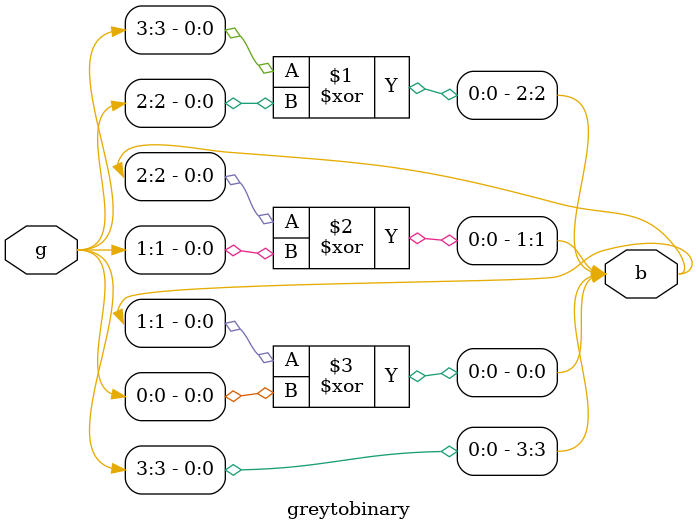
<source format=v>
module greytobinary #(parameter N=4)(input [N-1:0]g,output [N-1:0]b);

assign b[N-1]=g[N-1];

genvar i;
generate
for(i=N-2;i>=0;i=i-1)begin:gen_loop
assign b[i]=b[i+1]^g[i];
end
endgenerate
endmodule

</source>
